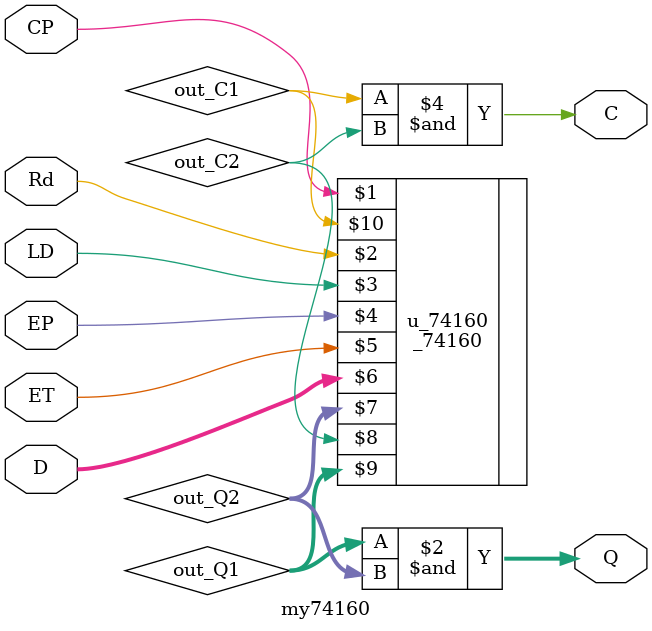
<source format=v>
module my74160(CP, Rd, LD, EP, ET, D, Q, C);
//定义输入输出
input Rd, LD, EP, ET;
input CP;//clock
input[3:0] D;
output[3:0] Q;
output C;//进位

wire[3:0] out_Q1;
wire[3:0] out_Q2;
wire out_C2;
wire out_C1;
_74160 u_74160(CP, Rd, LD, EP, ET, D, out_Q2, out_C2, out_Q1, out_C1);

reg[3:0] Q;
reg C;
always@(out_Q1, out_Q2)
begin
Q = out_Q1 & out_Q2;
end

always@(out_C1, out_C2)
C = out_C1 & out_C2;
endmodule
</source>
